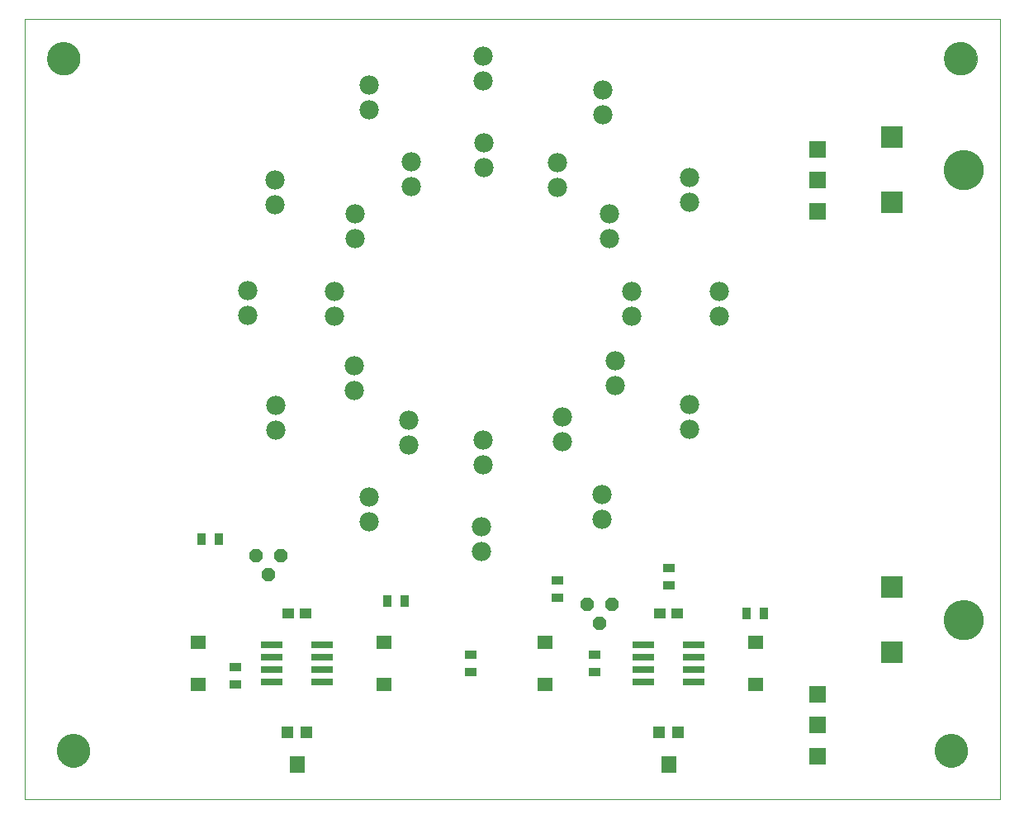
<source format=gbs>
G75*
%MOIN*%
%OFA0B0*%
%FSLAX25Y25*%
%IPPOS*%
%LPD*%
%AMOC8*
5,1,8,0,0,1.08239X$1,22.5*
%
%ADD10C,0.00000*%
%ADD11C,0.07800*%
%ADD12R,0.09061X0.02762*%
%ADD13C,0.16148*%
%ADD14R,0.08668X0.08668*%
%ADD15R,0.06700X0.06700*%
%ADD16R,0.05124X0.03550*%
%ADD17R,0.04731X0.04337*%
%ADD18R,0.06187X0.05400*%
%ADD19R,0.03550X0.05124*%
%ADD20R,0.05124X0.05124*%
%ADD21R,0.06306X0.06699*%
%ADD22C,0.13400*%
%ADD23OC8,0.05600*%
D10*
X0001300Y0022263D02*
X0001300Y0337223D01*
X0395001Y0337223D01*
X0395001Y0022263D01*
X0001300Y0022263D01*
X0014485Y0041948D02*
X0014487Y0042109D01*
X0014493Y0042269D01*
X0014503Y0042430D01*
X0014517Y0042590D01*
X0014535Y0042750D01*
X0014556Y0042909D01*
X0014582Y0043068D01*
X0014612Y0043226D01*
X0014645Y0043383D01*
X0014683Y0043540D01*
X0014724Y0043695D01*
X0014769Y0043849D01*
X0014818Y0044002D01*
X0014871Y0044154D01*
X0014927Y0044305D01*
X0014988Y0044454D01*
X0015051Y0044602D01*
X0015119Y0044748D01*
X0015190Y0044892D01*
X0015264Y0045034D01*
X0015342Y0045175D01*
X0015424Y0045313D01*
X0015509Y0045450D01*
X0015597Y0045584D01*
X0015689Y0045716D01*
X0015784Y0045846D01*
X0015882Y0045974D01*
X0015983Y0046099D01*
X0016087Y0046221D01*
X0016194Y0046341D01*
X0016304Y0046458D01*
X0016417Y0046573D01*
X0016533Y0046684D01*
X0016652Y0046793D01*
X0016773Y0046898D01*
X0016897Y0047001D01*
X0017023Y0047101D01*
X0017151Y0047197D01*
X0017282Y0047290D01*
X0017416Y0047380D01*
X0017551Y0047467D01*
X0017689Y0047550D01*
X0017828Y0047630D01*
X0017970Y0047706D01*
X0018113Y0047779D01*
X0018258Y0047848D01*
X0018405Y0047914D01*
X0018553Y0047976D01*
X0018703Y0048034D01*
X0018854Y0048089D01*
X0019007Y0048140D01*
X0019161Y0048187D01*
X0019316Y0048230D01*
X0019472Y0048269D01*
X0019628Y0048305D01*
X0019786Y0048336D01*
X0019944Y0048364D01*
X0020103Y0048388D01*
X0020263Y0048408D01*
X0020423Y0048424D01*
X0020583Y0048436D01*
X0020744Y0048444D01*
X0020905Y0048448D01*
X0021065Y0048448D01*
X0021226Y0048444D01*
X0021387Y0048436D01*
X0021547Y0048424D01*
X0021707Y0048408D01*
X0021867Y0048388D01*
X0022026Y0048364D01*
X0022184Y0048336D01*
X0022342Y0048305D01*
X0022498Y0048269D01*
X0022654Y0048230D01*
X0022809Y0048187D01*
X0022963Y0048140D01*
X0023116Y0048089D01*
X0023267Y0048034D01*
X0023417Y0047976D01*
X0023565Y0047914D01*
X0023712Y0047848D01*
X0023857Y0047779D01*
X0024000Y0047706D01*
X0024142Y0047630D01*
X0024281Y0047550D01*
X0024419Y0047467D01*
X0024554Y0047380D01*
X0024688Y0047290D01*
X0024819Y0047197D01*
X0024947Y0047101D01*
X0025073Y0047001D01*
X0025197Y0046898D01*
X0025318Y0046793D01*
X0025437Y0046684D01*
X0025553Y0046573D01*
X0025666Y0046458D01*
X0025776Y0046341D01*
X0025883Y0046221D01*
X0025987Y0046099D01*
X0026088Y0045974D01*
X0026186Y0045846D01*
X0026281Y0045716D01*
X0026373Y0045584D01*
X0026461Y0045450D01*
X0026546Y0045313D01*
X0026628Y0045175D01*
X0026706Y0045034D01*
X0026780Y0044892D01*
X0026851Y0044748D01*
X0026919Y0044602D01*
X0026982Y0044454D01*
X0027043Y0044305D01*
X0027099Y0044154D01*
X0027152Y0044002D01*
X0027201Y0043849D01*
X0027246Y0043695D01*
X0027287Y0043540D01*
X0027325Y0043383D01*
X0027358Y0043226D01*
X0027388Y0043068D01*
X0027414Y0042909D01*
X0027435Y0042750D01*
X0027453Y0042590D01*
X0027467Y0042430D01*
X0027477Y0042269D01*
X0027483Y0042109D01*
X0027485Y0041948D01*
X0027483Y0041787D01*
X0027477Y0041627D01*
X0027467Y0041466D01*
X0027453Y0041306D01*
X0027435Y0041146D01*
X0027414Y0040987D01*
X0027388Y0040828D01*
X0027358Y0040670D01*
X0027325Y0040513D01*
X0027287Y0040356D01*
X0027246Y0040201D01*
X0027201Y0040047D01*
X0027152Y0039894D01*
X0027099Y0039742D01*
X0027043Y0039591D01*
X0026982Y0039442D01*
X0026919Y0039294D01*
X0026851Y0039148D01*
X0026780Y0039004D01*
X0026706Y0038862D01*
X0026628Y0038721D01*
X0026546Y0038583D01*
X0026461Y0038446D01*
X0026373Y0038312D01*
X0026281Y0038180D01*
X0026186Y0038050D01*
X0026088Y0037922D01*
X0025987Y0037797D01*
X0025883Y0037675D01*
X0025776Y0037555D01*
X0025666Y0037438D01*
X0025553Y0037323D01*
X0025437Y0037212D01*
X0025318Y0037103D01*
X0025197Y0036998D01*
X0025073Y0036895D01*
X0024947Y0036795D01*
X0024819Y0036699D01*
X0024688Y0036606D01*
X0024554Y0036516D01*
X0024419Y0036429D01*
X0024281Y0036346D01*
X0024142Y0036266D01*
X0024000Y0036190D01*
X0023857Y0036117D01*
X0023712Y0036048D01*
X0023565Y0035982D01*
X0023417Y0035920D01*
X0023267Y0035862D01*
X0023116Y0035807D01*
X0022963Y0035756D01*
X0022809Y0035709D01*
X0022654Y0035666D01*
X0022498Y0035627D01*
X0022342Y0035591D01*
X0022184Y0035560D01*
X0022026Y0035532D01*
X0021867Y0035508D01*
X0021707Y0035488D01*
X0021547Y0035472D01*
X0021387Y0035460D01*
X0021226Y0035452D01*
X0021065Y0035448D01*
X0020905Y0035448D01*
X0020744Y0035452D01*
X0020583Y0035460D01*
X0020423Y0035472D01*
X0020263Y0035488D01*
X0020103Y0035508D01*
X0019944Y0035532D01*
X0019786Y0035560D01*
X0019628Y0035591D01*
X0019472Y0035627D01*
X0019316Y0035666D01*
X0019161Y0035709D01*
X0019007Y0035756D01*
X0018854Y0035807D01*
X0018703Y0035862D01*
X0018553Y0035920D01*
X0018405Y0035982D01*
X0018258Y0036048D01*
X0018113Y0036117D01*
X0017970Y0036190D01*
X0017828Y0036266D01*
X0017689Y0036346D01*
X0017551Y0036429D01*
X0017416Y0036516D01*
X0017282Y0036606D01*
X0017151Y0036699D01*
X0017023Y0036795D01*
X0016897Y0036895D01*
X0016773Y0036998D01*
X0016652Y0037103D01*
X0016533Y0037212D01*
X0016417Y0037323D01*
X0016304Y0037438D01*
X0016194Y0037555D01*
X0016087Y0037675D01*
X0015983Y0037797D01*
X0015882Y0037922D01*
X0015784Y0038050D01*
X0015689Y0038180D01*
X0015597Y0038312D01*
X0015509Y0038446D01*
X0015424Y0038583D01*
X0015342Y0038721D01*
X0015264Y0038862D01*
X0015190Y0039004D01*
X0015119Y0039148D01*
X0015051Y0039294D01*
X0014988Y0039442D01*
X0014927Y0039591D01*
X0014871Y0039742D01*
X0014818Y0039894D01*
X0014769Y0040047D01*
X0014724Y0040201D01*
X0014683Y0040356D01*
X0014645Y0040513D01*
X0014612Y0040670D01*
X0014582Y0040828D01*
X0014556Y0040987D01*
X0014535Y0041146D01*
X0014517Y0041306D01*
X0014503Y0041466D01*
X0014493Y0041627D01*
X0014487Y0041787D01*
X0014485Y0041948D01*
X0010548Y0321475D02*
X0010550Y0321636D01*
X0010556Y0321796D01*
X0010566Y0321957D01*
X0010580Y0322117D01*
X0010598Y0322277D01*
X0010619Y0322436D01*
X0010645Y0322595D01*
X0010675Y0322753D01*
X0010708Y0322910D01*
X0010746Y0323067D01*
X0010787Y0323222D01*
X0010832Y0323376D01*
X0010881Y0323529D01*
X0010934Y0323681D01*
X0010990Y0323832D01*
X0011051Y0323981D01*
X0011114Y0324129D01*
X0011182Y0324275D01*
X0011253Y0324419D01*
X0011327Y0324561D01*
X0011405Y0324702D01*
X0011487Y0324840D01*
X0011572Y0324977D01*
X0011660Y0325111D01*
X0011752Y0325243D01*
X0011847Y0325373D01*
X0011945Y0325501D01*
X0012046Y0325626D01*
X0012150Y0325748D01*
X0012257Y0325868D01*
X0012367Y0325985D01*
X0012480Y0326100D01*
X0012596Y0326211D01*
X0012715Y0326320D01*
X0012836Y0326425D01*
X0012960Y0326528D01*
X0013086Y0326628D01*
X0013214Y0326724D01*
X0013345Y0326817D01*
X0013479Y0326907D01*
X0013614Y0326994D01*
X0013752Y0327077D01*
X0013891Y0327157D01*
X0014033Y0327233D01*
X0014176Y0327306D01*
X0014321Y0327375D01*
X0014468Y0327441D01*
X0014616Y0327503D01*
X0014766Y0327561D01*
X0014917Y0327616D01*
X0015070Y0327667D01*
X0015224Y0327714D01*
X0015379Y0327757D01*
X0015535Y0327796D01*
X0015691Y0327832D01*
X0015849Y0327863D01*
X0016007Y0327891D01*
X0016166Y0327915D01*
X0016326Y0327935D01*
X0016486Y0327951D01*
X0016646Y0327963D01*
X0016807Y0327971D01*
X0016968Y0327975D01*
X0017128Y0327975D01*
X0017289Y0327971D01*
X0017450Y0327963D01*
X0017610Y0327951D01*
X0017770Y0327935D01*
X0017930Y0327915D01*
X0018089Y0327891D01*
X0018247Y0327863D01*
X0018405Y0327832D01*
X0018561Y0327796D01*
X0018717Y0327757D01*
X0018872Y0327714D01*
X0019026Y0327667D01*
X0019179Y0327616D01*
X0019330Y0327561D01*
X0019480Y0327503D01*
X0019628Y0327441D01*
X0019775Y0327375D01*
X0019920Y0327306D01*
X0020063Y0327233D01*
X0020205Y0327157D01*
X0020344Y0327077D01*
X0020482Y0326994D01*
X0020617Y0326907D01*
X0020751Y0326817D01*
X0020882Y0326724D01*
X0021010Y0326628D01*
X0021136Y0326528D01*
X0021260Y0326425D01*
X0021381Y0326320D01*
X0021500Y0326211D01*
X0021616Y0326100D01*
X0021729Y0325985D01*
X0021839Y0325868D01*
X0021946Y0325748D01*
X0022050Y0325626D01*
X0022151Y0325501D01*
X0022249Y0325373D01*
X0022344Y0325243D01*
X0022436Y0325111D01*
X0022524Y0324977D01*
X0022609Y0324840D01*
X0022691Y0324702D01*
X0022769Y0324561D01*
X0022843Y0324419D01*
X0022914Y0324275D01*
X0022982Y0324129D01*
X0023045Y0323981D01*
X0023106Y0323832D01*
X0023162Y0323681D01*
X0023215Y0323529D01*
X0023264Y0323376D01*
X0023309Y0323222D01*
X0023350Y0323067D01*
X0023388Y0322910D01*
X0023421Y0322753D01*
X0023451Y0322595D01*
X0023477Y0322436D01*
X0023498Y0322277D01*
X0023516Y0322117D01*
X0023530Y0321957D01*
X0023540Y0321796D01*
X0023546Y0321636D01*
X0023548Y0321475D01*
X0023546Y0321314D01*
X0023540Y0321154D01*
X0023530Y0320993D01*
X0023516Y0320833D01*
X0023498Y0320673D01*
X0023477Y0320514D01*
X0023451Y0320355D01*
X0023421Y0320197D01*
X0023388Y0320040D01*
X0023350Y0319883D01*
X0023309Y0319728D01*
X0023264Y0319574D01*
X0023215Y0319421D01*
X0023162Y0319269D01*
X0023106Y0319118D01*
X0023045Y0318969D01*
X0022982Y0318821D01*
X0022914Y0318675D01*
X0022843Y0318531D01*
X0022769Y0318389D01*
X0022691Y0318248D01*
X0022609Y0318110D01*
X0022524Y0317973D01*
X0022436Y0317839D01*
X0022344Y0317707D01*
X0022249Y0317577D01*
X0022151Y0317449D01*
X0022050Y0317324D01*
X0021946Y0317202D01*
X0021839Y0317082D01*
X0021729Y0316965D01*
X0021616Y0316850D01*
X0021500Y0316739D01*
X0021381Y0316630D01*
X0021260Y0316525D01*
X0021136Y0316422D01*
X0021010Y0316322D01*
X0020882Y0316226D01*
X0020751Y0316133D01*
X0020617Y0316043D01*
X0020482Y0315956D01*
X0020344Y0315873D01*
X0020205Y0315793D01*
X0020063Y0315717D01*
X0019920Y0315644D01*
X0019775Y0315575D01*
X0019628Y0315509D01*
X0019480Y0315447D01*
X0019330Y0315389D01*
X0019179Y0315334D01*
X0019026Y0315283D01*
X0018872Y0315236D01*
X0018717Y0315193D01*
X0018561Y0315154D01*
X0018405Y0315118D01*
X0018247Y0315087D01*
X0018089Y0315059D01*
X0017930Y0315035D01*
X0017770Y0315015D01*
X0017610Y0314999D01*
X0017450Y0314987D01*
X0017289Y0314979D01*
X0017128Y0314975D01*
X0016968Y0314975D01*
X0016807Y0314979D01*
X0016646Y0314987D01*
X0016486Y0314999D01*
X0016326Y0315015D01*
X0016166Y0315035D01*
X0016007Y0315059D01*
X0015849Y0315087D01*
X0015691Y0315118D01*
X0015535Y0315154D01*
X0015379Y0315193D01*
X0015224Y0315236D01*
X0015070Y0315283D01*
X0014917Y0315334D01*
X0014766Y0315389D01*
X0014616Y0315447D01*
X0014468Y0315509D01*
X0014321Y0315575D01*
X0014176Y0315644D01*
X0014033Y0315717D01*
X0013891Y0315793D01*
X0013752Y0315873D01*
X0013614Y0315956D01*
X0013479Y0316043D01*
X0013345Y0316133D01*
X0013214Y0316226D01*
X0013086Y0316322D01*
X0012960Y0316422D01*
X0012836Y0316525D01*
X0012715Y0316630D01*
X0012596Y0316739D01*
X0012480Y0316850D01*
X0012367Y0316965D01*
X0012257Y0317082D01*
X0012150Y0317202D01*
X0012046Y0317324D01*
X0011945Y0317449D01*
X0011847Y0317577D01*
X0011752Y0317707D01*
X0011660Y0317839D01*
X0011572Y0317973D01*
X0011487Y0318110D01*
X0011405Y0318248D01*
X0011327Y0318389D01*
X0011253Y0318531D01*
X0011182Y0318675D01*
X0011114Y0318821D01*
X0011051Y0318969D01*
X0010990Y0319118D01*
X0010934Y0319269D01*
X0010881Y0319421D01*
X0010832Y0319574D01*
X0010787Y0319728D01*
X0010746Y0319883D01*
X0010708Y0320040D01*
X0010675Y0320197D01*
X0010645Y0320355D01*
X0010619Y0320514D01*
X0010598Y0320673D01*
X0010580Y0320833D01*
X0010566Y0320993D01*
X0010556Y0321154D01*
X0010550Y0321314D01*
X0010548Y0321475D01*
X0368816Y0041948D02*
X0368818Y0042109D01*
X0368824Y0042269D01*
X0368834Y0042430D01*
X0368848Y0042590D01*
X0368866Y0042750D01*
X0368887Y0042909D01*
X0368913Y0043068D01*
X0368943Y0043226D01*
X0368976Y0043383D01*
X0369014Y0043540D01*
X0369055Y0043695D01*
X0369100Y0043849D01*
X0369149Y0044002D01*
X0369202Y0044154D01*
X0369258Y0044305D01*
X0369319Y0044454D01*
X0369382Y0044602D01*
X0369450Y0044748D01*
X0369521Y0044892D01*
X0369595Y0045034D01*
X0369673Y0045175D01*
X0369755Y0045313D01*
X0369840Y0045450D01*
X0369928Y0045584D01*
X0370020Y0045716D01*
X0370115Y0045846D01*
X0370213Y0045974D01*
X0370314Y0046099D01*
X0370418Y0046221D01*
X0370525Y0046341D01*
X0370635Y0046458D01*
X0370748Y0046573D01*
X0370864Y0046684D01*
X0370983Y0046793D01*
X0371104Y0046898D01*
X0371228Y0047001D01*
X0371354Y0047101D01*
X0371482Y0047197D01*
X0371613Y0047290D01*
X0371747Y0047380D01*
X0371882Y0047467D01*
X0372020Y0047550D01*
X0372159Y0047630D01*
X0372301Y0047706D01*
X0372444Y0047779D01*
X0372589Y0047848D01*
X0372736Y0047914D01*
X0372884Y0047976D01*
X0373034Y0048034D01*
X0373185Y0048089D01*
X0373338Y0048140D01*
X0373492Y0048187D01*
X0373647Y0048230D01*
X0373803Y0048269D01*
X0373959Y0048305D01*
X0374117Y0048336D01*
X0374275Y0048364D01*
X0374434Y0048388D01*
X0374594Y0048408D01*
X0374754Y0048424D01*
X0374914Y0048436D01*
X0375075Y0048444D01*
X0375236Y0048448D01*
X0375396Y0048448D01*
X0375557Y0048444D01*
X0375718Y0048436D01*
X0375878Y0048424D01*
X0376038Y0048408D01*
X0376198Y0048388D01*
X0376357Y0048364D01*
X0376515Y0048336D01*
X0376673Y0048305D01*
X0376829Y0048269D01*
X0376985Y0048230D01*
X0377140Y0048187D01*
X0377294Y0048140D01*
X0377447Y0048089D01*
X0377598Y0048034D01*
X0377748Y0047976D01*
X0377896Y0047914D01*
X0378043Y0047848D01*
X0378188Y0047779D01*
X0378331Y0047706D01*
X0378473Y0047630D01*
X0378612Y0047550D01*
X0378750Y0047467D01*
X0378885Y0047380D01*
X0379019Y0047290D01*
X0379150Y0047197D01*
X0379278Y0047101D01*
X0379404Y0047001D01*
X0379528Y0046898D01*
X0379649Y0046793D01*
X0379768Y0046684D01*
X0379884Y0046573D01*
X0379997Y0046458D01*
X0380107Y0046341D01*
X0380214Y0046221D01*
X0380318Y0046099D01*
X0380419Y0045974D01*
X0380517Y0045846D01*
X0380612Y0045716D01*
X0380704Y0045584D01*
X0380792Y0045450D01*
X0380877Y0045313D01*
X0380959Y0045175D01*
X0381037Y0045034D01*
X0381111Y0044892D01*
X0381182Y0044748D01*
X0381250Y0044602D01*
X0381313Y0044454D01*
X0381374Y0044305D01*
X0381430Y0044154D01*
X0381483Y0044002D01*
X0381532Y0043849D01*
X0381577Y0043695D01*
X0381618Y0043540D01*
X0381656Y0043383D01*
X0381689Y0043226D01*
X0381719Y0043068D01*
X0381745Y0042909D01*
X0381766Y0042750D01*
X0381784Y0042590D01*
X0381798Y0042430D01*
X0381808Y0042269D01*
X0381814Y0042109D01*
X0381816Y0041948D01*
X0381814Y0041787D01*
X0381808Y0041627D01*
X0381798Y0041466D01*
X0381784Y0041306D01*
X0381766Y0041146D01*
X0381745Y0040987D01*
X0381719Y0040828D01*
X0381689Y0040670D01*
X0381656Y0040513D01*
X0381618Y0040356D01*
X0381577Y0040201D01*
X0381532Y0040047D01*
X0381483Y0039894D01*
X0381430Y0039742D01*
X0381374Y0039591D01*
X0381313Y0039442D01*
X0381250Y0039294D01*
X0381182Y0039148D01*
X0381111Y0039004D01*
X0381037Y0038862D01*
X0380959Y0038721D01*
X0380877Y0038583D01*
X0380792Y0038446D01*
X0380704Y0038312D01*
X0380612Y0038180D01*
X0380517Y0038050D01*
X0380419Y0037922D01*
X0380318Y0037797D01*
X0380214Y0037675D01*
X0380107Y0037555D01*
X0379997Y0037438D01*
X0379884Y0037323D01*
X0379768Y0037212D01*
X0379649Y0037103D01*
X0379528Y0036998D01*
X0379404Y0036895D01*
X0379278Y0036795D01*
X0379150Y0036699D01*
X0379019Y0036606D01*
X0378885Y0036516D01*
X0378750Y0036429D01*
X0378612Y0036346D01*
X0378473Y0036266D01*
X0378331Y0036190D01*
X0378188Y0036117D01*
X0378043Y0036048D01*
X0377896Y0035982D01*
X0377748Y0035920D01*
X0377598Y0035862D01*
X0377447Y0035807D01*
X0377294Y0035756D01*
X0377140Y0035709D01*
X0376985Y0035666D01*
X0376829Y0035627D01*
X0376673Y0035591D01*
X0376515Y0035560D01*
X0376357Y0035532D01*
X0376198Y0035508D01*
X0376038Y0035488D01*
X0375878Y0035472D01*
X0375718Y0035460D01*
X0375557Y0035452D01*
X0375396Y0035448D01*
X0375236Y0035448D01*
X0375075Y0035452D01*
X0374914Y0035460D01*
X0374754Y0035472D01*
X0374594Y0035488D01*
X0374434Y0035508D01*
X0374275Y0035532D01*
X0374117Y0035560D01*
X0373959Y0035591D01*
X0373803Y0035627D01*
X0373647Y0035666D01*
X0373492Y0035709D01*
X0373338Y0035756D01*
X0373185Y0035807D01*
X0373034Y0035862D01*
X0372884Y0035920D01*
X0372736Y0035982D01*
X0372589Y0036048D01*
X0372444Y0036117D01*
X0372301Y0036190D01*
X0372159Y0036266D01*
X0372020Y0036346D01*
X0371882Y0036429D01*
X0371747Y0036516D01*
X0371613Y0036606D01*
X0371482Y0036699D01*
X0371354Y0036795D01*
X0371228Y0036895D01*
X0371104Y0036998D01*
X0370983Y0037103D01*
X0370864Y0037212D01*
X0370748Y0037323D01*
X0370635Y0037438D01*
X0370525Y0037555D01*
X0370418Y0037675D01*
X0370314Y0037797D01*
X0370213Y0037922D01*
X0370115Y0038050D01*
X0370020Y0038180D01*
X0369928Y0038312D01*
X0369840Y0038446D01*
X0369755Y0038583D01*
X0369673Y0038721D01*
X0369595Y0038862D01*
X0369521Y0039004D01*
X0369450Y0039148D01*
X0369382Y0039294D01*
X0369319Y0039442D01*
X0369258Y0039591D01*
X0369202Y0039742D01*
X0369149Y0039894D01*
X0369100Y0040047D01*
X0369055Y0040201D01*
X0369014Y0040356D01*
X0368976Y0040513D01*
X0368943Y0040670D01*
X0368913Y0040828D01*
X0368887Y0040987D01*
X0368866Y0041146D01*
X0368848Y0041306D01*
X0368834Y0041466D01*
X0368824Y0041627D01*
X0368818Y0041787D01*
X0368816Y0041948D01*
X0372442Y0094822D02*
X0372444Y0095015D01*
X0372451Y0095208D01*
X0372463Y0095401D01*
X0372480Y0095594D01*
X0372501Y0095786D01*
X0372527Y0095977D01*
X0372558Y0096168D01*
X0372593Y0096358D01*
X0372633Y0096547D01*
X0372678Y0096735D01*
X0372727Y0096922D01*
X0372781Y0097108D01*
X0372839Y0097292D01*
X0372902Y0097475D01*
X0372970Y0097656D01*
X0373041Y0097835D01*
X0373118Y0098013D01*
X0373198Y0098189D01*
X0373283Y0098362D01*
X0373372Y0098534D01*
X0373465Y0098703D01*
X0373562Y0098870D01*
X0373664Y0099035D01*
X0373769Y0099197D01*
X0373878Y0099356D01*
X0373992Y0099513D01*
X0374109Y0099666D01*
X0374229Y0099817D01*
X0374354Y0099965D01*
X0374482Y0100110D01*
X0374613Y0100251D01*
X0374748Y0100390D01*
X0374887Y0100525D01*
X0375028Y0100656D01*
X0375173Y0100784D01*
X0375321Y0100909D01*
X0375472Y0101029D01*
X0375625Y0101146D01*
X0375782Y0101260D01*
X0375941Y0101369D01*
X0376103Y0101474D01*
X0376268Y0101576D01*
X0376435Y0101673D01*
X0376604Y0101766D01*
X0376776Y0101855D01*
X0376949Y0101940D01*
X0377125Y0102020D01*
X0377303Y0102097D01*
X0377482Y0102168D01*
X0377663Y0102236D01*
X0377846Y0102299D01*
X0378030Y0102357D01*
X0378216Y0102411D01*
X0378403Y0102460D01*
X0378591Y0102505D01*
X0378780Y0102545D01*
X0378970Y0102580D01*
X0379161Y0102611D01*
X0379352Y0102637D01*
X0379544Y0102658D01*
X0379737Y0102675D01*
X0379930Y0102687D01*
X0380123Y0102694D01*
X0380316Y0102696D01*
X0380509Y0102694D01*
X0380702Y0102687D01*
X0380895Y0102675D01*
X0381088Y0102658D01*
X0381280Y0102637D01*
X0381471Y0102611D01*
X0381662Y0102580D01*
X0381852Y0102545D01*
X0382041Y0102505D01*
X0382229Y0102460D01*
X0382416Y0102411D01*
X0382602Y0102357D01*
X0382786Y0102299D01*
X0382969Y0102236D01*
X0383150Y0102168D01*
X0383329Y0102097D01*
X0383507Y0102020D01*
X0383683Y0101940D01*
X0383856Y0101855D01*
X0384028Y0101766D01*
X0384197Y0101673D01*
X0384364Y0101576D01*
X0384529Y0101474D01*
X0384691Y0101369D01*
X0384850Y0101260D01*
X0385007Y0101146D01*
X0385160Y0101029D01*
X0385311Y0100909D01*
X0385459Y0100784D01*
X0385604Y0100656D01*
X0385745Y0100525D01*
X0385884Y0100390D01*
X0386019Y0100251D01*
X0386150Y0100110D01*
X0386278Y0099965D01*
X0386403Y0099817D01*
X0386523Y0099666D01*
X0386640Y0099513D01*
X0386754Y0099356D01*
X0386863Y0099197D01*
X0386968Y0099035D01*
X0387070Y0098870D01*
X0387167Y0098703D01*
X0387260Y0098534D01*
X0387349Y0098362D01*
X0387434Y0098189D01*
X0387514Y0098013D01*
X0387591Y0097835D01*
X0387662Y0097656D01*
X0387730Y0097475D01*
X0387793Y0097292D01*
X0387851Y0097108D01*
X0387905Y0096922D01*
X0387954Y0096735D01*
X0387999Y0096547D01*
X0388039Y0096358D01*
X0388074Y0096168D01*
X0388105Y0095977D01*
X0388131Y0095786D01*
X0388152Y0095594D01*
X0388169Y0095401D01*
X0388181Y0095208D01*
X0388188Y0095015D01*
X0388190Y0094822D01*
X0388188Y0094629D01*
X0388181Y0094436D01*
X0388169Y0094243D01*
X0388152Y0094050D01*
X0388131Y0093858D01*
X0388105Y0093667D01*
X0388074Y0093476D01*
X0388039Y0093286D01*
X0387999Y0093097D01*
X0387954Y0092909D01*
X0387905Y0092722D01*
X0387851Y0092536D01*
X0387793Y0092352D01*
X0387730Y0092169D01*
X0387662Y0091988D01*
X0387591Y0091809D01*
X0387514Y0091631D01*
X0387434Y0091455D01*
X0387349Y0091282D01*
X0387260Y0091110D01*
X0387167Y0090941D01*
X0387070Y0090774D01*
X0386968Y0090609D01*
X0386863Y0090447D01*
X0386754Y0090288D01*
X0386640Y0090131D01*
X0386523Y0089978D01*
X0386403Y0089827D01*
X0386278Y0089679D01*
X0386150Y0089534D01*
X0386019Y0089393D01*
X0385884Y0089254D01*
X0385745Y0089119D01*
X0385604Y0088988D01*
X0385459Y0088860D01*
X0385311Y0088735D01*
X0385160Y0088615D01*
X0385007Y0088498D01*
X0384850Y0088384D01*
X0384691Y0088275D01*
X0384529Y0088170D01*
X0384364Y0088068D01*
X0384197Y0087971D01*
X0384028Y0087878D01*
X0383856Y0087789D01*
X0383683Y0087704D01*
X0383507Y0087624D01*
X0383329Y0087547D01*
X0383150Y0087476D01*
X0382969Y0087408D01*
X0382786Y0087345D01*
X0382602Y0087287D01*
X0382416Y0087233D01*
X0382229Y0087184D01*
X0382041Y0087139D01*
X0381852Y0087099D01*
X0381662Y0087064D01*
X0381471Y0087033D01*
X0381280Y0087007D01*
X0381088Y0086986D01*
X0380895Y0086969D01*
X0380702Y0086957D01*
X0380509Y0086950D01*
X0380316Y0086948D01*
X0380123Y0086950D01*
X0379930Y0086957D01*
X0379737Y0086969D01*
X0379544Y0086986D01*
X0379352Y0087007D01*
X0379161Y0087033D01*
X0378970Y0087064D01*
X0378780Y0087099D01*
X0378591Y0087139D01*
X0378403Y0087184D01*
X0378216Y0087233D01*
X0378030Y0087287D01*
X0377846Y0087345D01*
X0377663Y0087408D01*
X0377482Y0087476D01*
X0377303Y0087547D01*
X0377125Y0087624D01*
X0376949Y0087704D01*
X0376776Y0087789D01*
X0376604Y0087878D01*
X0376435Y0087971D01*
X0376268Y0088068D01*
X0376103Y0088170D01*
X0375941Y0088275D01*
X0375782Y0088384D01*
X0375625Y0088498D01*
X0375472Y0088615D01*
X0375321Y0088735D01*
X0375173Y0088860D01*
X0375028Y0088988D01*
X0374887Y0089119D01*
X0374748Y0089254D01*
X0374613Y0089393D01*
X0374482Y0089534D01*
X0374354Y0089679D01*
X0374229Y0089827D01*
X0374109Y0089978D01*
X0373992Y0090131D01*
X0373878Y0090288D01*
X0373769Y0090447D01*
X0373664Y0090609D01*
X0373562Y0090774D01*
X0373465Y0090941D01*
X0373372Y0091110D01*
X0373283Y0091282D01*
X0373198Y0091455D01*
X0373118Y0091631D01*
X0373041Y0091809D01*
X0372970Y0091988D01*
X0372902Y0092169D01*
X0372839Y0092352D01*
X0372781Y0092536D01*
X0372727Y0092722D01*
X0372678Y0092909D01*
X0372633Y0093097D01*
X0372593Y0093286D01*
X0372558Y0093476D01*
X0372527Y0093667D01*
X0372501Y0093858D01*
X0372480Y0094050D01*
X0372463Y0094243D01*
X0372451Y0094436D01*
X0372444Y0094629D01*
X0372442Y0094822D01*
X0372442Y0276514D02*
X0372444Y0276707D01*
X0372451Y0276900D01*
X0372463Y0277093D01*
X0372480Y0277286D01*
X0372501Y0277478D01*
X0372527Y0277669D01*
X0372558Y0277860D01*
X0372593Y0278050D01*
X0372633Y0278239D01*
X0372678Y0278427D01*
X0372727Y0278614D01*
X0372781Y0278800D01*
X0372839Y0278984D01*
X0372902Y0279167D01*
X0372970Y0279348D01*
X0373041Y0279527D01*
X0373118Y0279705D01*
X0373198Y0279881D01*
X0373283Y0280054D01*
X0373372Y0280226D01*
X0373465Y0280395D01*
X0373562Y0280562D01*
X0373664Y0280727D01*
X0373769Y0280889D01*
X0373878Y0281048D01*
X0373992Y0281205D01*
X0374109Y0281358D01*
X0374229Y0281509D01*
X0374354Y0281657D01*
X0374482Y0281802D01*
X0374613Y0281943D01*
X0374748Y0282082D01*
X0374887Y0282217D01*
X0375028Y0282348D01*
X0375173Y0282476D01*
X0375321Y0282601D01*
X0375472Y0282721D01*
X0375625Y0282838D01*
X0375782Y0282952D01*
X0375941Y0283061D01*
X0376103Y0283166D01*
X0376268Y0283268D01*
X0376435Y0283365D01*
X0376604Y0283458D01*
X0376776Y0283547D01*
X0376949Y0283632D01*
X0377125Y0283712D01*
X0377303Y0283789D01*
X0377482Y0283860D01*
X0377663Y0283928D01*
X0377846Y0283991D01*
X0378030Y0284049D01*
X0378216Y0284103D01*
X0378403Y0284152D01*
X0378591Y0284197D01*
X0378780Y0284237D01*
X0378970Y0284272D01*
X0379161Y0284303D01*
X0379352Y0284329D01*
X0379544Y0284350D01*
X0379737Y0284367D01*
X0379930Y0284379D01*
X0380123Y0284386D01*
X0380316Y0284388D01*
X0380509Y0284386D01*
X0380702Y0284379D01*
X0380895Y0284367D01*
X0381088Y0284350D01*
X0381280Y0284329D01*
X0381471Y0284303D01*
X0381662Y0284272D01*
X0381852Y0284237D01*
X0382041Y0284197D01*
X0382229Y0284152D01*
X0382416Y0284103D01*
X0382602Y0284049D01*
X0382786Y0283991D01*
X0382969Y0283928D01*
X0383150Y0283860D01*
X0383329Y0283789D01*
X0383507Y0283712D01*
X0383683Y0283632D01*
X0383856Y0283547D01*
X0384028Y0283458D01*
X0384197Y0283365D01*
X0384364Y0283268D01*
X0384529Y0283166D01*
X0384691Y0283061D01*
X0384850Y0282952D01*
X0385007Y0282838D01*
X0385160Y0282721D01*
X0385311Y0282601D01*
X0385459Y0282476D01*
X0385604Y0282348D01*
X0385745Y0282217D01*
X0385884Y0282082D01*
X0386019Y0281943D01*
X0386150Y0281802D01*
X0386278Y0281657D01*
X0386403Y0281509D01*
X0386523Y0281358D01*
X0386640Y0281205D01*
X0386754Y0281048D01*
X0386863Y0280889D01*
X0386968Y0280727D01*
X0387070Y0280562D01*
X0387167Y0280395D01*
X0387260Y0280226D01*
X0387349Y0280054D01*
X0387434Y0279881D01*
X0387514Y0279705D01*
X0387591Y0279527D01*
X0387662Y0279348D01*
X0387730Y0279167D01*
X0387793Y0278984D01*
X0387851Y0278800D01*
X0387905Y0278614D01*
X0387954Y0278427D01*
X0387999Y0278239D01*
X0388039Y0278050D01*
X0388074Y0277860D01*
X0388105Y0277669D01*
X0388131Y0277478D01*
X0388152Y0277286D01*
X0388169Y0277093D01*
X0388181Y0276900D01*
X0388188Y0276707D01*
X0388190Y0276514D01*
X0388188Y0276321D01*
X0388181Y0276128D01*
X0388169Y0275935D01*
X0388152Y0275742D01*
X0388131Y0275550D01*
X0388105Y0275359D01*
X0388074Y0275168D01*
X0388039Y0274978D01*
X0387999Y0274789D01*
X0387954Y0274601D01*
X0387905Y0274414D01*
X0387851Y0274228D01*
X0387793Y0274044D01*
X0387730Y0273861D01*
X0387662Y0273680D01*
X0387591Y0273501D01*
X0387514Y0273323D01*
X0387434Y0273147D01*
X0387349Y0272974D01*
X0387260Y0272802D01*
X0387167Y0272633D01*
X0387070Y0272466D01*
X0386968Y0272301D01*
X0386863Y0272139D01*
X0386754Y0271980D01*
X0386640Y0271823D01*
X0386523Y0271670D01*
X0386403Y0271519D01*
X0386278Y0271371D01*
X0386150Y0271226D01*
X0386019Y0271085D01*
X0385884Y0270946D01*
X0385745Y0270811D01*
X0385604Y0270680D01*
X0385459Y0270552D01*
X0385311Y0270427D01*
X0385160Y0270307D01*
X0385007Y0270190D01*
X0384850Y0270076D01*
X0384691Y0269967D01*
X0384529Y0269862D01*
X0384364Y0269760D01*
X0384197Y0269663D01*
X0384028Y0269570D01*
X0383856Y0269481D01*
X0383683Y0269396D01*
X0383507Y0269316D01*
X0383329Y0269239D01*
X0383150Y0269168D01*
X0382969Y0269100D01*
X0382786Y0269037D01*
X0382602Y0268979D01*
X0382416Y0268925D01*
X0382229Y0268876D01*
X0382041Y0268831D01*
X0381852Y0268791D01*
X0381662Y0268756D01*
X0381471Y0268725D01*
X0381280Y0268699D01*
X0381088Y0268678D01*
X0380895Y0268661D01*
X0380702Y0268649D01*
X0380509Y0268642D01*
X0380316Y0268640D01*
X0380123Y0268642D01*
X0379930Y0268649D01*
X0379737Y0268661D01*
X0379544Y0268678D01*
X0379352Y0268699D01*
X0379161Y0268725D01*
X0378970Y0268756D01*
X0378780Y0268791D01*
X0378591Y0268831D01*
X0378403Y0268876D01*
X0378216Y0268925D01*
X0378030Y0268979D01*
X0377846Y0269037D01*
X0377663Y0269100D01*
X0377482Y0269168D01*
X0377303Y0269239D01*
X0377125Y0269316D01*
X0376949Y0269396D01*
X0376776Y0269481D01*
X0376604Y0269570D01*
X0376435Y0269663D01*
X0376268Y0269760D01*
X0376103Y0269862D01*
X0375941Y0269967D01*
X0375782Y0270076D01*
X0375625Y0270190D01*
X0375472Y0270307D01*
X0375321Y0270427D01*
X0375173Y0270552D01*
X0375028Y0270680D01*
X0374887Y0270811D01*
X0374748Y0270946D01*
X0374613Y0271085D01*
X0374482Y0271226D01*
X0374354Y0271371D01*
X0374229Y0271519D01*
X0374109Y0271670D01*
X0373992Y0271823D01*
X0373878Y0271980D01*
X0373769Y0272139D01*
X0373664Y0272301D01*
X0373562Y0272466D01*
X0373465Y0272633D01*
X0373372Y0272802D01*
X0373283Y0272974D01*
X0373198Y0273147D01*
X0373118Y0273323D01*
X0373041Y0273501D01*
X0372970Y0273680D01*
X0372902Y0273861D01*
X0372839Y0274044D01*
X0372781Y0274228D01*
X0372727Y0274414D01*
X0372678Y0274601D01*
X0372633Y0274789D01*
X0372593Y0274978D01*
X0372558Y0275168D01*
X0372527Y0275359D01*
X0372501Y0275550D01*
X0372480Y0275742D01*
X0372463Y0275935D01*
X0372451Y0276128D01*
X0372444Y0276321D01*
X0372442Y0276514D01*
X0372753Y0321475D02*
X0372755Y0321636D01*
X0372761Y0321796D01*
X0372771Y0321957D01*
X0372785Y0322117D01*
X0372803Y0322277D01*
X0372824Y0322436D01*
X0372850Y0322595D01*
X0372880Y0322753D01*
X0372913Y0322910D01*
X0372951Y0323067D01*
X0372992Y0323222D01*
X0373037Y0323376D01*
X0373086Y0323529D01*
X0373139Y0323681D01*
X0373195Y0323832D01*
X0373256Y0323981D01*
X0373319Y0324129D01*
X0373387Y0324275D01*
X0373458Y0324419D01*
X0373532Y0324561D01*
X0373610Y0324702D01*
X0373692Y0324840D01*
X0373777Y0324977D01*
X0373865Y0325111D01*
X0373957Y0325243D01*
X0374052Y0325373D01*
X0374150Y0325501D01*
X0374251Y0325626D01*
X0374355Y0325748D01*
X0374462Y0325868D01*
X0374572Y0325985D01*
X0374685Y0326100D01*
X0374801Y0326211D01*
X0374920Y0326320D01*
X0375041Y0326425D01*
X0375165Y0326528D01*
X0375291Y0326628D01*
X0375419Y0326724D01*
X0375550Y0326817D01*
X0375684Y0326907D01*
X0375819Y0326994D01*
X0375957Y0327077D01*
X0376096Y0327157D01*
X0376238Y0327233D01*
X0376381Y0327306D01*
X0376526Y0327375D01*
X0376673Y0327441D01*
X0376821Y0327503D01*
X0376971Y0327561D01*
X0377122Y0327616D01*
X0377275Y0327667D01*
X0377429Y0327714D01*
X0377584Y0327757D01*
X0377740Y0327796D01*
X0377896Y0327832D01*
X0378054Y0327863D01*
X0378212Y0327891D01*
X0378371Y0327915D01*
X0378531Y0327935D01*
X0378691Y0327951D01*
X0378851Y0327963D01*
X0379012Y0327971D01*
X0379173Y0327975D01*
X0379333Y0327975D01*
X0379494Y0327971D01*
X0379655Y0327963D01*
X0379815Y0327951D01*
X0379975Y0327935D01*
X0380135Y0327915D01*
X0380294Y0327891D01*
X0380452Y0327863D01*
X0380610Y0327832D01*
X0380766Y0327796D01*
X0380922Y0327757D01*
X0381077Y0327714D01*
X0381231Y0327667D01*
X0381384Y0327616D01*
X0381535Y0327561D01*
X0381685Y0327503D01*
X0381833Y0327441D01*
X0381980Y0327375D01*
X0382125Y0327306D01*
X0382268Y0327233D01*
X0382410Y0327157D01*
X0382549Y0327077D01*
X0382687Y0326994D01*
X0382822Y0326907D01*
X0382956Y0326817D01*
X0383087Y0326724D01*
X0383215Y0326628D01*
X0383341Y0326528D01*
X0383465Y0326425D01*
X0383586Y0326320D01*
X0383705Y0326211D01*
X0383821Y0326100D01*
X0383934Y0325985D01*
X0384044Y0325868D01*
X0384151Y0325748D01*
X0384255Y0325626D01*
X0384356Y0325501D01*
X0384454Y0325373D01*
X0384549Y0325243D01*
X0384641Y0325111D01*
X0384729Y0324977D01*
X0384814Y0324840D01*
X0384896Y0324702D01*
X0384974Y0324561D01*
X0385048Y0324419D01*
X0385119Y0324275D01*
X0385187Y0324129D01*
X0385250Y0323981D01*
X0385311Y0323832D01*
X0385367Y0323681D01*
X0385420Y0323529D01*
X0385469Y0323376D01*
X0385514Y0323222D01*
X0385555Y0323067D01*
X0385593Y0322910D01*
X0385626Y0322753D01*
X0385656Y0322595D01*
X0385682Y0322436D01*
X0385703Y0322277D01*
X0385721Y0322117D01*
X0385735Y0321957D01*
X0385745Y0321796D01*
X0385751Y0321636D01*
X0385753Y0321475D01*
X0385751Y0321314D01*
X0385745Y0321154D01*
X0385735Y0320993D01*
X0385721Y0320833D01*
X0385703Y0320673D01*
X0385682Y0320514D01*
X0385656Y0320355D01*
X0385626Y0320197D01*
X0385593Y0320040D01*
X0385555Y0319883D01*
X0385514Y0319728D01*
X0385469Y0319574D01*
X0385420Y0319421D01*
X0385367Y0319269D01*
X0385311Y0319118D01*
X0385250Y0318969D01*
X0385187Y0318821D01*
X0385119Y0318675D01*
X0385048Y0318531D01*
X0384974Y0318389D01*
X0384896Y0318248D01*
X0384814Y0318110D01*
X0384729Y0317973D01*
X0384641Y0317839D01*
X0384549Y0317707D01*
X0384454Y0317577D01*
X0384356Y0317449D01*
X0384255Y0317324D01*
X0384151Y0317202D01*
X0384044Y0317082D01*
X0383934Y0316965D01*
X0383821Y0316850D01*
X0383705Y0316739D01*
X0383586Y0316630D01*
X0383465Y0316525D01*
X0383341Y0316422D01*
X0383215Y0316322D01*
X0383087Y0316226D01*
X0382956Y0316133D01*
X0382822Y0316043D01*
X0382687Y0315956D01*
X0382549Y0315873D01*
X0382410Y0315793D01*
X0382268Y0315717D01*
X0382125Y0315644D01*
X0381980Y0315575D01*
X0381833Y0315509D01*
X0381685Y0315447D01*
X0381535Y0315389D01*
X0381384Y0315334D01*
X0381231Y0315283D01*
X0381077Y0315236D01*
X0380922Y0315193D01*
X0380766Y0315154D01*
X0380610Y0315118D01*
X0380452Y0315087D01*
X0380294Y0315059D01*
X0380135Y0315035D01*
X0379975Y0315015D01*
X0379815Y0314999D01*
X0379655Y0314987D01*
X0379494Y0314979D01*
X0379333Y0314975D01*
X0379173Y0314975D01*
X0379012Y0314979D01*
X0378851Y0314987D01*
X0378691Y0314999D01*
X0378531Y0315015D01*
X0378371Y0315035D01*
X0378212Y0315059D01*
X0378054Y0315087D01*
X0377896Y0315118D01*
X0377740Y0315154D01*
X0377584Y0315193D01*
X0377429Y0315236D01*
X0377275Y0315283D01*
X0377122Y0315334D01*
X0376971Y0315389D01*
X0376821Y0315447D01*
X0376673Y0315509D01*
X0376526Y0315575D01*
X0376381Y0315644D01*
X0376238Y0315717D01*
X0376096Y0315793D01*
X0375957Y0315873D01*
X0375819Y0315956D01*
X0375684Y0316043D01*
X0375550Y0316133D01*
X0375419Y0316226D01*
X0375291Y0316322D01*
X0375165Y0316422D01*
X0375041Y0316525D01*
X0374920Y0316630D01*
X0374801Y0316739D01*
X0374685Y0316850D01*
X0374572Y0316965D01*
X0374462Y0317082D01*
X0374355Y0317202D01*
X0374251Y0317324D01*
X0374150Y0317449D01*
X0374052Y0317577D01*
X0373957Y0317707D01*
X0373865Y0317839D01*
X0373777Y0317973D01*
X0373692Y0318110D01*
X0373610Y0318248D01*
X0373532Y0318389D01*
X0373458Y0318531D01*
X0373387Y0318675D01*
X0373319Y0318821D01*
X0373256Y0318969D01*
X0373195Y0319118D01*
X0373139Y0319269D01*
X0373086Y0319421D01*
X0373037Y0319574D01*
X0372992Y0319728D01*
X0372951Y0319883D01*
X0372913Y0320040D01*
X0372880Y0320197D01*
X0372850Y0320355D01*
X0372824Y0320514D01*
X0372803Y0320673D01*
X0372785Y0320833D01*
X0372771Y0320993D01*
X0372761Y0321154D01*
X0372755Y0321314D01*
X0372753Y0321475D01*
D11*
X0269800Y0273263D03*
X0269800Y0263263D03*
X0237300Y0258763D03*
X0237300Y0248763D03*
X0216300Y0269263D03*
X0216300Y0279263D03*
X0234800Y0298763D03*
X0234800Y0308763D03*
X0186300Y0312263D03*
X0186300Y0322263D03*
X0186800Y0287263D03*
X0186800Y0277263D03*
X0157300Y0279763D03*
X0157300Y0269763D03*
X0134800Y0258763D03*
X0134800Y0248763D03*
X0126300Y0227263D03*
X0126300Y0217263D03*
X0134300Y0197263D03*
X0134300Y0187263D03*
X0156300Y0175263D03*
X0156300Y0165263D03*
X0140300Y0144263D03*
X0140300Y0134263D03*
X0185800Y0132263D03*
X0185800Y0122263D03*
X0186300Y0157263D03*
X0186300Y0167263D03*
X0218300Y0166763D03*
X0218300Y0176763D03*
X0239800Y0189263D03*
X0239800Y0199263D03*
X0246300Y0217263D03*
X0246300Y0227263D03*
X0281800Y0227263D03*
X0281800Y0217263D03*
X0269800Y0181763D03*
X0269800Y0171763D03*
X0234300Y0145263D03*
X0234300Y0135263D03*
X0102800Y0171263D03*
X0102800Y0181263D03*
X0091300Y0217763D03*
X0091300Y0227763D03*
X0102300Y0262263D03*
X0102300Y0272263D03*
X0140300Y0300763D03*
X0140300Y0310763D03*
D12*
X0121536Y0084763D03*
X0121536Y0079763D03*
X0121536Y0074763D03*
X0121536Y0069763D03*
X0101064Y0069763D03*
X0101064Y0074763D03*
X0101064Y0079763D03*
X0101064Y0084763D03*
X0251064Y0084763D03*
X0251064Y0079763D03*
X0251064Y0074763D03*
X0251064Y0069763D03*
X0271536Y0069763D03*
X0271536Y0074763D03*
X0271536Y0079763D03*
X0271536Y0084763D03*
D13*
X0380316Y0094822D03*
X0380316Y0276514D03*
D14*
X0351418Y0263365D03*
X0351418Y0289664D03*
X0351418Y0107971D03*
X0351418Y0081672D03*
D15*
X0321300Y0064863D03*
X0321300Y0052263D03*
X0321300Y0039663D03*
X0321300Y0259663D03*
X0321300Y0272263D03*
X0321300Y0284863D03*
D16*
X0261300Y0115806D03*
X0261300Y0108719D03*
X0231300Y0080806D03*
X0231300Y0073719D03*
X0216300Y0103719D03*
X0216300Y0110806D03*
X0181300Y0080806D03*
X0181300Y0073719D03*
X0086300Y0075806D03*
X0086300Y0068719D03*
D17*
X0107954Y0097263D03*
X0114646Y0097263D03*
X0257954Y0097263D03*
X0264646Y0097263D03*
D18*
X0296300Y0085727D03*
X0296300Y0068798D03*
X0211300Y0068798D03*
X0211300Y0085727D03*
X0146300Y0085727D03*
X0146300Y0068798D03*
X0071300Y0068798D03*
X0071300Y0085727D03*
D19*
X0072757Y0127263D03*
X0079843Y0127263D03*
X0147757Y0102263D03*
X0154843Y0102263D03*
X0292757Y0097263D03*
X0299843Y0097263D03*
D20*
X0265237Y0049448D03*
X0257363Y0049448D03*
X0115237Y0049448D03*
X0107363Y0049448D03*
D21*
X0111300Y0036357D03*
X0261300Y0036357D03*
D22*
X0375316Y0041948D03*
X0379253Y0321475D03*
X0020985Y0041948D03*
X0017048Y0321475D03*
D23*
X0094725Y0120688D03*
X0104725Y0120688D03*
X0099725Y0113188D03*
X0228583Y0101003D03*
X0233583Y0093503D03*
X0238583Y0101003D03*
M02*

</source>
